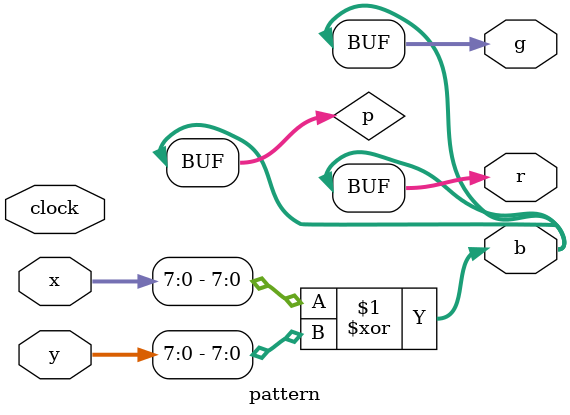
<source format=v>
module pattern(
    input clock,
    input [12:0] x,
    input [12:0] y,
    output [7:0] r,
    output [7:0] g,
    output [7:0] b
);
wire [7:0] p;
assign p = x[7:0] ^ y[7:0];
assign r = p;
assign g = p;
assign b = p;

endmodule
</source>
